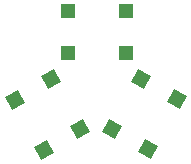
<source format=gtp>
%FSLAX25Y25*%
%MOIN*%
G70*
G01*
G75*
G04 Layer_Color=8421504*
%ADD10P,0.08352X4X285.0*%
%ADD11P,0.08352X4X165.0*%
%ADD12R,0.05906X0.05906*%
%ADD13C,0.02500*%
%ADD14C,0.16500*%
%ADD15C,0.04000*%
%ADD16R,0.05000X0.08000*%
%ADD17R,0.17716X0.12205*%
%ADD18C,0.01000*%
%ADD19P,0.06937X4X285.0*%
%ADD20P,0.06937X4X165.0*%
%ADD21R,0.04906X0.04906*%
D19*
X452356Y540298D02*
D03*
X464290Y533408D02*
D03*
X442710Y523592D02*
D03*
X454644Y516702D02*
D03*
D20*
X432000Y523500D02*
D03*
X420067Y516610D02*
D03*
X422354Y540207D02*
D03*
X410421Y533317D02*
D03*
D21*
X428000Y549000D02*
D03*
Y562780D02*
D03*
X447291Y549000D02*
D03*
Y562780D02*
D03*
M02*

</source>
